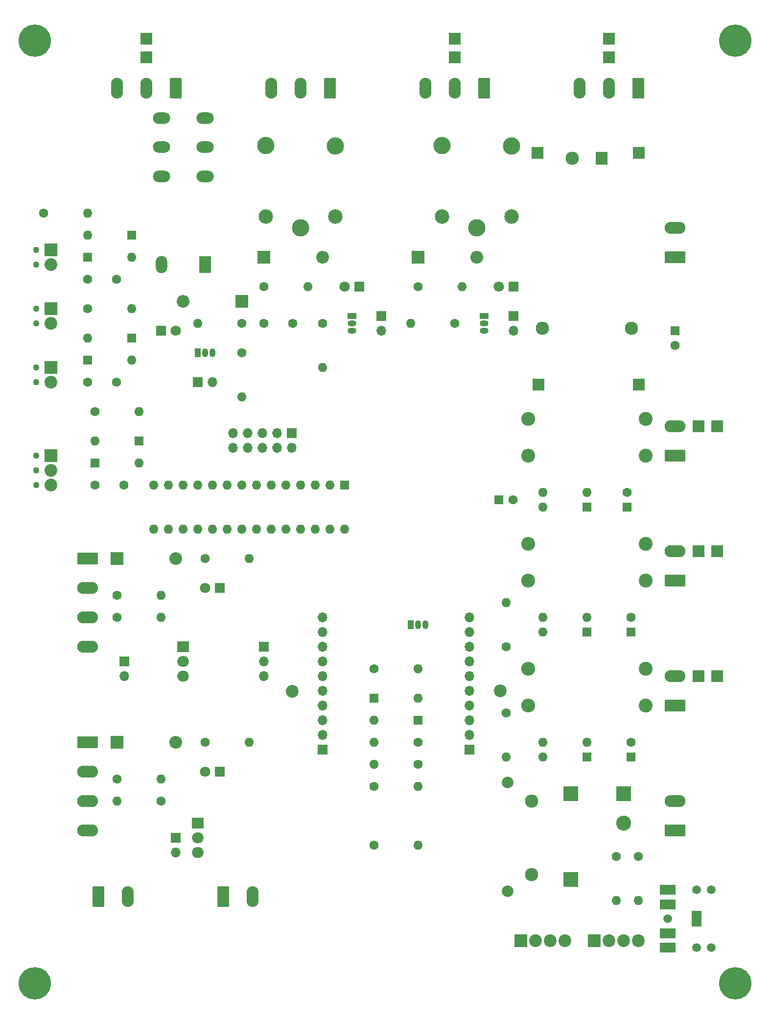
<source format=gbr>
%TF.GenerationSoftware,KiCad,Pcbnew,6.0.1-79c1e3a40b~116~ubuntu20.04.1*%
%TF.CreationDate,2022-01-16T20:57:59+01:00*%
%TF.ProjectId,NodeStandard,4e6f6465-5374-4616-9e64-6172642e6b69,V3.0*%
%TF.SameCoordinates,Original*%
%TF.FileFunction,Soldermask,Bot*%
%TF.FilePolarity,Negative*%
%FSLAX46Y46*%
G04 Gerber Fmt 4.6, Leading zero omitted, Abs format (unit mm)*
G04 Created by KiCad (PCBNEW 6.0.1-79c1e3a40b~116~ubuntu20.04.1) date 2022-01-16 20:57:59*
%MOMM*%
%LPD*%
G01*
G04 APERTURE LIST*
G04 Aperture macros list*
%AMRoundRect*
0 Rectangle with rounded corners*
0 $1 Rounding radius*
0 $2 $3 $4 $5 $6 $7 $8 $9 X,Y pos of 4 corners*
0 Add a 4 corners polygon primitive as box body*
4,1,4,$2,$3,$4,$5,$6,$7,$8,$9,$2,$3,0*
0 Add four circle primitives for the rounded corners*
1,1,$1+$1,$2,$3*
1,1,$1+$1,$4,$5*
1,1,$1+$1,$6,$7*
1,1,$1+$1,$8,$9*
0 Add four rect primitives between the rounded corners*
20,1,$1+$1,$2,$3,$4,$5,0*
20,1,$1+$1,$4,$5,$6,$7,0*
20,1,$1+$1,$6,$7,$8,$9,0*
20,1,$1+$1,$8,$9,$2,$3,0*%
%AMFreePoly0*
4,1,5,1.000000,-1.000000,-1.000000,-1.000000,-1.000000,1.000000,1.000000,1.000000,1.000000,-1.000000,1.000000,-1.000000,$1*%
G04 Aperture macros list end*
%ADD10R,2.800000X1.800000*%
%ADD11R,1.800000X2.800000*%
%ADD12C,1.500000*%
%ADD13C,1.600000*%
%ADD14R,2.200000X2.200000*%
%ADD15O,2.200000X2.200000*%
%ADD16R,1.800000X1.800000*%
%ADD17C,1.800000*%
%ADD18R,1.600000X1.600000*%
%ADD19O,1.600000X1.600000*%
%ADD20R,1.700000X1.700000*%
%ADD21O,1.700000X1.700000*%
%ADD22RoundRect,0.249999X1.550001X-0.790001X1.550001X0.790001X-1.550001X0.790001X-1.550001X-0.790001X0*%
%ADD23O,3.600000X2.080000*%
%ADD24R,2.600000X2.600000*%
%ADD25C,2.600000*%
%ADD26C,2.200000*%
%ADD27RoundRect,0.249999X0.790001X1.550001X-0.790001X1.550001X-0.790001X-1.550001X0.790001X-1.550001X0*%
%ADD28O,2.080000X3.600000*%
%ADD29C,1.100000*%
%ADD30RoundRect,0.249999X-1.550001X0.790001X-1.550001X-0.790001X1.550001X-0.790001X1.550001X0.790001X0*%
%ADD31RoundRect,0.249999X-0.790001X-1.550001X0.790001X-1.550001X0.790001X1.550001X-0.790001X1.550001X0*%
%ADD32C,3.000000*%
%ADD33C,2.500000*%
%ADD34O,3.000000X2.000000*%
%ADD35R,2.000000X3.000000*%
%ADD36O,2.000000X3.000000*%
%ADD37C,2.300000*%
%ADD38R,2.000000X2.300000*%
%ADD39R,1.500000X1.050000*%
%ADD40O,1.500000X1.050000*%
%ADD41R,2.000000X1.905000*%
%ADD42O,2.000000X1.905000*%
%ADD43R,1.050000X1.500000*%
%ADD44O,1.050000X1.500000*%
%ADD45C,2.400000*%
%ADD46O,2.400000X2.400000*%
%ADD47C,5.600000*%
%ADD48R,2.000000X2.000000*%
%ADD49R,2.500000X2.500000*%
%ADD50C,2.000000*%
%ADD51FreePoly0,0.000000*%
%ADD52FreePoly0,90.000000*%
G04 APERTURE END LIST*
D10*
%TO.C,J2*%
X139115000Y-179665000D03*
X139115000Y-174665000D03*
X139115000Y-182165000D03*
X139115000Y-172165000D03*
D11*
X144115000Y-177165000D03*
D12*
X146615000Y-172165000D03*
X146615000Y-182165000D03*
X144115000Y-182165000D03*
X144115000Y-172165000D03*
X139115000Y-177165000D03*
%TD*%
D13*
%TO.C,C7*%
X40005000Y-102235000D03*
X45005000Y-102235000D03*
%TD*%
%TO.C,C6*%
X38735000Y-84455000D03*
X43735000Y-84455000D03*
%TD*%
%TO.C,C5*%
X38735000Y-66675000D03*
X43735000Y-66675000D03*
%TD*%
%TO.C,C9*%
X69215000Y-74295000D03*
X74215000Y-74295000D03*
%TD*%
D14*
%TO.C,D5*%
X95885000Y-62865000D03*
D15*
X106045000Y-62865000D03*
%TD*%
D16*
%TO.C,D4*%
X85725000Y-67945000D03*
D17*
X83185000Y-67945000D03*
%TD*%
D16*
%TO.C,D3*%
X112395000Y-67945000D03*
D17*
X109855000Y-67945000D03*
%TD*%
D14*
%TO.C,D6*%
X69215000Y-62865000D03*
D15*
X79375000Y-62865000D03*
%TD*%
D16*
%TO.C,D13*%
X61595000Y-151765000D03*
D17*
X59055000Y-151765000D03*
%TD*%
D16*
%TO.C,D14*%
X61595000Y-120015000D03*
D17*
X59055000Y-120015000D03*
%TD*%
D14*
%TO.C,D15*%
X43815000Y-146685000D03*
D15*
X53975000Y-146685000D03*
%TD*%
D14*
%TO.C,D16*%
X43815000Y-114935000D03*
D15*
X53975000Y-114935000D03*
%TD*%
D18*
%TO.C,D1*%
X95885000Y-142875000D03*
D19*
X88265000Y-142875000D03*
%TD*%
D18*
%TO.C,D2*%
X88265000Y-139065000D03*
D19*
X95885000Y-139065000D03*
%TD*%
D18*
%TO.C,D7*%
X47625000Y-94615000D03*
D19*
X40005000Y-94615000D03*
%TD*%
D18*
%TO.C,D8*%
X40005000Y-98425000D03*
D19*
X47625000Y-98425000D03*
%TD*%
D18*
%TO.C,D9*%
X46355000Y-76835000D03*
D19*
X38735000Y-76835000D03*
%TD*%
D18*
%TO.C,D10*%
X38735000Y-80645000D03*
D19*
X46355000Y-80645000D03*
%TD*%
D18*
%TO.C,D11*%
X46355000Y-59055000D03*
D19*
X38735000Y-59055000D03*
%TD*%
D18*
%TO.C,D12*%
X38735000Y-62865000D03*
D19*
X46355000Y-62865000D03*
%TD*%
D16*
%TO.C,D17*%
X51435000Y-75565000D03*
D17*
X53975000Y-75565000D03*
%TD*%
D14*
%TO.C,D18*%
X65405000Y-70485000D03*
D15*
X55245000Y-70485000D03*
%TD*%
D20*
%TO.C,J4*%
X104775000Y-147955000D03*
D21*
X104775000Y-145415000D03*
X104775000Y-142875000D03*
X104775000Y-140335000D03*
X104775000Y-137795000D03*
X104775000Y-135255000D03*
X104775000Y-132715000D03*
X104775000Y-130175000D03*
X104775000Y-127635000D03*
X104775000Y-125095000D03*
%TD*%
D20*
%TO.C,J7*%
X79375000Y-147955000D03*
D21*
X79375000Y-145415000D03*
X79375000Y-142875000D03*
X79375000Y-140335000D03*
X79375000Y-137795000D03*
X79375000Y-135255000D03*
X79375000Y-132715000D03*
X79375000Y-130175000D03*
X79375000Y-127635000D03*
X79375000Y-125095000D03*
%TD*%
D22*
%TO.C,J1*%
X140335000Y-161925000D03*
D23*
X140335000Y-156845000D03*
%TD*%
D24*
%TO.C,J3*%
X131445000Y-155575000D03*
D25*
X131445000Y-160655000D03*
%TD*%
D14*
%TO.C,J5*%
X126365000Y-180975000D03*
D26*
X128905000Y-180975000D03*
X131445000Y-180975000D03*
X133985000Y-180975000D03*
%TD*%
D14*
%TO.C,J6*%
X113665000Y-180975000D03*
D26*
X116205000Y-180975000D03*
X118745000Y-180975000D03*
X121285000Y-180975000D03*
%TD*%
D20*
%TO.C,J9*%
X89535000Y-73025000D03*
D21*
X89535000Y-75565000D03*
%TD*%
D22*
%TO.C,J12*%
X140335000Y-97155000D03*
D23*
X140335000Y-92075000D03*
%TD*%
D27*
%TO.C,J13*%
X133985000Y-33655000D03*
D28*
X128905000Y-33655000D03*
X123825000Y-33655000D03*
%TD*%
D27*
%TO.C,J14*%
X107315000Y-33655000D03*
D28*
X102235000Y-33655000D03*
X97155000Y-33655000D03*
%TD*%
D22*
%TO.C,J10*%
X140335000Y-140335000D03*
D23*
X140335000Y-135255000D03*
%TD*%
D22*
%TO.C,J11*%
X140335000Y-118745000D03*
D23*
X140335000Y-113665000D03*
%TD*%
D29*
%TO.C,J17*%
X29845000Y-81915000D03*
X29845000Y-84455000D03*
D14*
X32385000Y-81915000D03*
D26*
X32385000Y-84455000D03*
%TD*%
D29*
%TO.C,J16*%
X29845000Y-74295000D03*
X29845000Y-71755000D03*
D14*
X32385000Y-71755000D03*
D26*
X32385000Y-74295000D03*
%TD*%
D29*
%TO.C,J15*%
X29845000Y-64135000D03*
X29845000Y-61595000D03*
D14*
X32385000Y-61595000D03*
D26*
X32385000Y-64135000D03*
%TD*%
D20*
%TO.C,J18*%
X53975000Y-163195000D03*
D21*
X53975000Y-165735000D03*
%TD*%
D20*
%TO.C,J8*%
X112395000Y-73025000D03*
D21*
X112395000Y-75565000D03*
%TD*%
D20*
%TO.C,J19*%
X45085000Y-132715000D03*
D21*
X45085000Y-135255000D03*
%TD*%
D30*
%TO.C,J20*%
X38735000Y-146685000D03*
D23*
X38735000Y-151765000D03*
X38735000Y-156845000D03*
X38735000Y-161925000D03*
%TD*%
D30*
%TO.C,J21*%
X38735000Y-114935000D03*
D23*
X38735000Y-120015000D03*
X38735000Y-125095000D03*
X38735000Y-130175000D03*
%TD*%
D22*
%TO.C,J25*%
X140335000Y-62865000D03*
D23*
X140335000Y-57785000D03*
%TD*%
D31*
%TO.C,J26*%
X62230000Y-173355000D03*
D28*
X67310000Y-173355000D03*
%TD*%
D31*
%TO.C,J27*%
X40640000Y-173355000D03*
D28*
X45720000Y-173355000D03*
%TD*%
D20*
%TO.C,J22*%
X57785000Y-84455000D03*
D21*
X60325000Y-84455000D03*
%TD*%
D27*
%TO.C,J23*%
X80645000Y-33655000D03*
D28*
X75565000Y-33655000D03*
X70485000Y-33655000D03*
%TD*%
D27*
%TO.C,J24*%
X53975000Y-33655000D03*
D28*
X48895000Y-33655000D03*
X43815000Y-33655000D03*
%TD*%
D32*
%TO.C,K1*%
X106045000Y-57785000D03*
D33*
X112095000Y-55835000D03*
D32*
X112095000Y-43635000D03*
X100045000Y-43585000D03*
D33*
X100095000Y-55835000D03*
%TD*%
D32*
%TO.C,K2*%
X75565000Y-57785000D03*
D33*
X81615000Y-55835000D03*
D32*
X81615000Y-43635000D03*
X69565000Y-43585000D03*
D33*
X69615000Y-55835000D03*
%TD*%
D34*
%TO.C,K3*%
X59055000Y-43835000D03*
X59055000Y-48875000D03*
X59055000Y-38795000D03*
X51555000Y-43835000D03*
X51555000Y-48875000D03*
X51555000Y-38795000D03*
D35*
X59055000Y-64135000D03*
D36*
X51555000Y-64135000D03*
%TD*%
D37*
%TO.C,L1*%
X115570000Y-169545000D03*
X115570000Y-156845000D03*
%TD*%
D18*
%TO.C,OK1*%
X125095000Y-149225000D03*
D19*
X125095000Y-146685000D03*
X117475000Y-146685000D03*
X117475000Y-149225000D03*
%TD*%
D18*
%TO.C,OK2*%
X125095000Y-127635000D03*
D19*
X125095000Y-125095000D03*
X117475000Y-125095000D03*
X117475000Y-127635000D03*
%TD*%
D18*
%TO.C,OK3*%
X125095000Y-106045000D03*
D19*
X125095000Y-103505000D03*
X117475000Y-103505000D03*
X117475000Y-106045000D03*
%TD*%
D38*
%TO.C,PS1*%
X127635000Y-45720000D03*
D37*
X122635000Y-45720000D03*
X132835000Y-75120000D03*
X117435000Y-75120000D03*
%TD*%
D39*
%TO.C,Q2*%
X84455000Y-73025000D03*
D40*
X84455000Y-74295000D03*
X84455000Y-75565000D03*
%TD*%
D39*
%TO.C,Q1*%
X107315000Y-73025000D03*
D40*
X107315000Y-74295000D03*
X107315000Y-75565000D03*
%TD*%
D41*
%TO.C,Q3*%
X57785000Y-160655000D03*
D42*
X57785000Y-163195000D03*
X57785000Y-165735000D03*
%TD*%
D41*
%TO.C,Q4*%
X55245000Y-130175000D03*
D42*
X55245000Y-132715000D03*
X55245000Y-135255000D03*
%TD*%
D43*
%TO.C,Q5*%
X57785000Y-79375000D03*
D44*
X59055000Y-79375000D03*
X60325000Y-79375000D03*
%TD*%
D13*
%TO.C,R1*%
X130175000Y-166370000D03*
D19*
X130175000Y-173990000D03*
%TD*%
D13*
%TO.C,R2*%
X95885000Y-146685000D03*
D19*
X88265000Y-146685000D03*
%TD*%
D13*
%TO.C,R21*%
X40005000Y-89535000D03*
D19*
X47625000Y-89535000D03*
%TD*%
D13*
%TO.C,R4*%
X95885000Y-150495000D03*
D19*
X88265000Y-150495000D03*
%TD*%
D13*
%TO.C,R5*%
X88265000Y-154305000D03*
D19*
X95885000Y-154305000D03*
%TD*%
D45*
%TO.C,R14*%
X135255000Y-133985000D03*
D46*
X114935000Y-133985000D03*
%TD*%
D45*
%TO.C,R13*%
X135255000Y-140335000D03*
D46*
X114935000Y-140335000D03*
%TD*%
D45*
%TO.C,R16*%
X135255000Y-112395000D03*
D46*
X114935000Y-112395000D03*
%TD*%
D45*
%TO.C,R15*%
X135255000Y-118745000D03*
D46*
X114935000Y-118745000D03*
%TD*%
D13*
%TO.C,R11*%
X95885000Y-67945000D03*
D19*
X103505000Y-67945000D03*
%TD*%
D13*
%TO.C,R9*%
X102235000Y-74295000D03*
D19*
X94615000Y-74295000D03*
%TD*%
D13*
%TO.C,R6*%
X133985000Y-166370000D03*
D19*
X133985000Y-173990000D03*
%TD*%
D13*
%TO.C,R10*%
X79375000Y-74295000D03*
D19*
X79375000Y-81915000D03*
%TD*%
D13*
%TO.C,R12*%
X69215000Y-67945000D03*
D19*
X76835000Y-67945000D03*
%TD*%
D45*
%TO.C,R17*%
X135255000Y-97155000D03*
D46*
X114935000Y-97155000D03*
%TD*%
D45*
%TO.C,R18*%
X135255000Y-90805000D03*
D46*
X114935000Y-90805000D03*
%TD*%
D13*
%TO.C,R22*%
X43815000Y-153035000D03*
D19*
X51435000Y-153035000D03*
%TD*%
D13*
%TO.C,R23*%
X43815000Y-121285000D03*
D19*
X51435000Y-121285000D03*
%TD*%
D13*
%TO.C,R20*%
X38735000Y-71755000D03*
D19*
X46355000Y-71755000D03*
%TD*%
D13*
%TO.C,R19*%
X31115000Y-55245000D03*
D19*
X38735000Y-55245000D03*
%TD*%
D13*
%TO.C,R24*%
X51435000Y-156845000D03*
D19*
X43815000Y-156845000D03*
%TD*%
D13*
%TO.C,R25*%
X43815000Y-125095000D03*
D19*
X51435000Y-125095000D03*
%TD*%
D13*
%TO.C,R26*%
X59055000Y-146685000D03*
D19*
X66675000Y-146685000D03*
%TD*%
D13*
%TO.C,R27*%
X59055000Y-114935000D03*
D19*
X66675000Y-114935000D03*
%TD*%
D13*
%TO.C,R3*%
X88265000Y-164465000D03*
D19*
X95885000Y-164465000D03*
%TD*%
D13*
%TO.C,R7*%
X111125000Y-141605000D03*
D19*
X111125000Y-149225000D03*
%TD*%
D13*
%TO.C,R8*%
X111125000Y-130175000D03*
D19*
X111125000Y-122555000D03*
%TD*%
D13*
%TO.C,R28*%
X65405000Y-79375000D03*
D19*
X65405000Y-86995000D03*
%TD*%
D13*
%TO.C,R29*%
X65405000Y-74295000D03*
D19*
X57785000Y-74295000D03*
%TD*%
D18*
%TO.C,U1*%
X83185000Y-102235000D03*
D19*
X80645000Y-102235000D03*
X78105000Y-102235000D03*
X75565000Y-102235000D03*
X73025000Y-102235000D03*
X70485000Y-102235000D03*
X67945000Y-102235000D03*
X65405000Y-102235000D03*
X62865000Y-102235000D03*
X60325000Y-102235000D03*
X57785000Y-102235000D03*
X55245000Y-102235000D03*
X52705000Y-102235000D03*
X50165000Y-102235000D03*
X50165000Y-109855000D03*
X52705000Y-109855000D03*
X55245000Y-109855000D03*
X57785000Y-109855000D03*
X60325000Y-109855000D03*
X62865000Y-109855000D03*
X65405000Y-109855000D03*
X67945000Y-109855000D03*
X70485000Y-109855000D03*
X73025000Y-109855000D03*
X75565000Y-109855000D03*
X78105000Y-109855000D03*
X80645000Y-109855000D03*
X83185000Y-109855000D03*
%TD*%
D29*
%TO.C,J28*%
X29845000Y-97155000D03*
X29845000Y-99695000D03*
X29845000Y-102235000D03*
D14*
X32385000Y-97155000D03*
D26*
X32385000Y-99695000D03*
X32385000Y-102235000D03*
%TD*%
D20*
%TO.C,J29*%
X69215000Y-130175000D03*
D21*
X69215000Y-132715000D03*
X69215000Y-135255000D03*
%TD*%
D47*
%TO.C,REF\u002A\u002A*%
X29591000Y-25400000D03*
%TD*%
%TO.C,REF\u002A\u002A*%
X150812500Y-25400000D03*
%TD*%
%TO.C,REF\u002A\u002A*%
X29591000Y-188341000D03*
%TD*%
%TO.C,REF\u002A\u002A*%
X150812500Y-188341000D03*
%TD*%
D26*
%TO.C,REF\u002A\u002A*%
X74168000Y-137858500D03*
%TD*%
%TO.C,REF\u002A\u002A*%
X110109000Y-137795000D03*
%TD*%
D43*
%TO.C,Q6*%
X94615000Y-126365000D03*
D44*
X95885000Y-126365000D03*
X97155000Y-126365000D03*
%TD*%
D13*
%TO.C,R30*%
X88265000Y-133985000D03*
D19*
X95885000Y-133985000D03*
%TD*%
D48*
%TO.C,LM2596IN+1*%
X134086000Y-44831000D03*
%TD*%
%TO.C,LM2596IN-1*%
X116586000Y-44831000D03*
%TD*%
%TO.C,LM2596Out+1*%
X134086000Y-84831000D03*
%TD*%
%TO.C,LM2596Out-1*%
X116713000Y-84831000D03*
%TD*%
D49*
%TO.C,TP5*%
X122380000Y-170375000D03*
%TD*%
%TO.C,TP6*%
X122380000Y-155575000D03*
%TD*%
D50*
%TO.C,REF\u002A\u002A*%
X111380000Y-153615000D03*
%TD*%
%TO.C,REF\u002A\u002A*%
X111380000Y-172375000D03*
%TD*%
D18*
%TO.C,C3*%
X132740400Y-127623580D03*
D13*
X132740400Y-125123580D03*
%TD*%
D18*
%TO.C,C8*%
X140360400Y-75576421D03*
D13*
X140360400Y-78076421D03*
%TD*%
D18*
%TO.C,C4*%
X132080000Y-106033580D03*
D13*
X132080000Y-103533580D03*
%TD*%
D18*
%TO.C,C2*%
X132715000Y-149213580D03*
D13*
X132715000Y-146713580D03*
%TD*%
D18*
%TO.C,C1*%
X109866421Y-104775000D03*
D13*
X112366421Y-104775000D03*
%TD*%
D20*
%TO.C,J30*%
X74061400Y-93263800D03*
D21*
X74061400Y-95803800D03*
X71521400Y-93263800D03*
X71521400Y-95803800D03*
X68981400Y-93263800D03*
X68981400Y-95803800D03*
X66441400Y-93263800D03*
X66441400Y-95803800D03*
X63901400Y-93263800D03*
X63901400Y-95803800D03*
%TD*%
D51*
%TO.C,JP1*%
X144450000Y-135255000D03*
X147650000Y-135255000D03*
%TD*%
%TO.C,JP2*%
X144450000Y-113665000D03*
X147650000Y-113665000D03*
%TD*%
%TO.C,JP3*%
X144450000Y-92075000D03*
X147650000Y-92075000D03*
%TD*%
D52*
%TO.C,JP4*%
X128905000Y-28270000D03*
X128905000Y-25070000D03*
%TD*%
%TO.C,JP5*%
X102235000Y-28270000D03*
X102235000Y-25070000D03*
%TD*%
%TO.C,JP8*%
X48895000Y-28270000D03*
X48895000Y-25070000D03*
%TD*%
M02*

</source>
